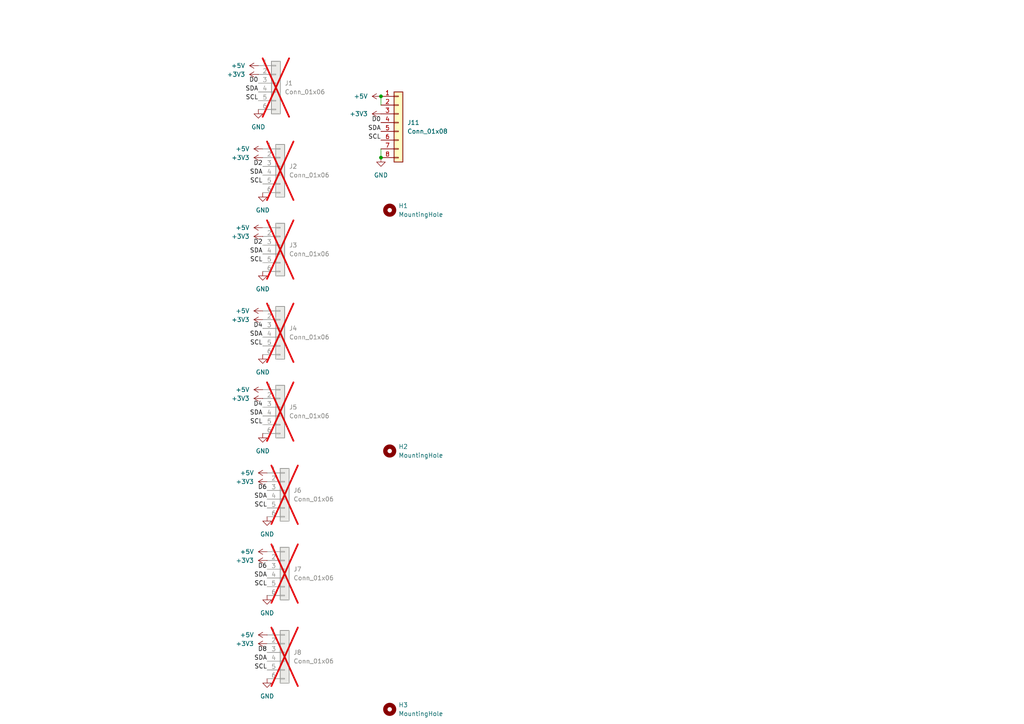
<source format=kicad_sch>
(kicad_sch (version 20231120) (generator "eeschema") (generator_version "8.0")
  (paper "A4")
  (lib_symbols
    (symbol "Connector_Generic:Conn_01x06" (pin_names (offset 1.016) hide)
      (property "Reference" "J" (at 0 7.62 0))
      (property "Value" "Conn_01x06" (at 0 -10.16 0))
      (symbol "Conn_01x06_1_1"
        (rectangle (start -1.27 -7.493) (end 0 -7.747) (stroke (width 0.1524)))
        (rectangle (start -1.27 -4.953) (end 0 -5.207) (stroke (width 0.1524)))
        (rectangle (start -1.27 -2.413) (end 0 -2.667) (stroke (width 0.1524)))
        (rectangle (start -1.27 0.127) (end 0 -0.127) (stroke (width 0.1524)))
        (rectangle (start -1.27 2.667) (end 0 2.413) (stroke (width 0.1524)))
        (rectangle (start -1.27 5.207) (end 0 4.953) (stroke (width 0.1524)))
        (rectangle (start -1.27 6.35) (end 1.27 -8.89) (stroke (width 0.254)) (fill (type background)))
        (pin passive line (at -5.08 5.08 0) (length 3.81) (name "Pin_1") (number "1"))
        (pin passive line (at -5.08 2.54 0) (length 3.81) (name "Pin_2") (number "2"))
        (pin passive line (at -5.08 0 0) (length 3.81) (name "Pin_3") (number "3"))
        (pin passive line (at -5.08 -2.54 0) (length 3.81) (name "Pin_4") (number "4"))
        (pin passive line (at -5.08 -5.08 0) (length 3.81) (name "Pin_5") (number "5"))
        (pin passive line (at -5.08 -7.62 0) (length 3.81) (name "Pin_6") (number "6"))
      )
    )
    (symbol "Connector_Generic:Conn_01x08" (pin_names (offset 1.016) hide)
      (property "Reference" "J" (at 0 10.16 0))
      (property "Value" "Conn_01x08" (at 0 -12.7 0))
      (symbol "Conn_01x08_1_1"
        (rectangle (start -1.27 -10.033) (end 0 -10.287) (stroke (width 0.1524)))
        (rectangle (start -1.27 -7.493) (end 0 -7.747) (stroke (width 0.1524)))
        (rectangle (start -1.27 -4.953) (end 0 -5.207) (stroke (width 0.1524)))
        (rectangle (start -1.27 -2.413) (end 0 -2.667) (stroke (width 0.1524)))
        (rectangle (start -1.27 0.127) (end 0 -0.127) (stroke (width 0.1524)))
        (rectangle (start -1.27 2.667) (end 0 2.413) (stroke (width 0.1524)))
        (rectangle (start -1.27 5.207) (end 0 4.953) (stroke (width 0.1524)))
        (rectangle (start -1.27 7.747) (end 0 7.493) (stroke (width 0.1524)))
        (rectangle (start -1.27 8.89) (end 1.27 -11.43) (stroke (width 0.254)) (fill (type background)))
        (pin passive line (at -5.08 7.62 0) (length 3.81) (name "Pin_1") (number "1"))
        (pin passive line (at -5.08 5.08 0) (length 3.81) (name "Pin_2") (number "2"))
        (pin passive line (at -5.08 2.54 0) (length 3.81) (name "Pin_3") (number "3"))
        (pin passive line (at -5.08 0 0) (length 3.81) (name "Pin_4") (number "4"))
        (pin passive line (at -5.08 -2.54 0) (length 3.81) (name "Pin_5") (number "5"))
        (pin passive line (at -5.08 -5.08 0) (length 3.81) (name "Pin_6") (number "6"))
        (pin passive line (at -5.08 -7.62 0) (length 3.81) (name "Pin_7") (number "7"))
        (pin passive line (at -5.08 -10.16 0) (length 3.81) (name "Pin_8") (number "8"))
      )
    )
    (symbol "Mechanical:MountingHole" (pin_names (offset 1.016)) (exclude_from_sim yes) (in_bom no)
      (property "Reference" "H" (at 0 5.08 0))
      (property "Value" "MountingHole" (at 0 3.175 0))
      (symbol "MountingHole_0_1"
        (circle (center 0 0) (radius 1.27) (stroke (width 1.27)))
      )
    )
    (symbol "power:+3V3" (power) (pin_numbers hide) (pin_names (offset 0) hide)
      (property "Value" "+3V3" (at 0 3.556 0))
      (symbol "+3V3_0_1"
        (polyline (pts (xy -0.762 1.27) (xy 0 2.54)))
        (polyline (pts (xy 0 0) (xy 0 2.54)))
        (polyline (pts (xy 0 2.54) (xy 0.762 1.27)))
      )
      (symbol "+3V3_1_1"
        (pin power_in line (at 0 0 90) (length 0) (name "~") (number "1"))
      )
    )
    (symbol "power:+5V" (power) (pin_numbers hide) (pin_names (offset 0) hide)
      (property "Value" "+5V" (at 0 3.556 0))
      (symbol "+5V_0_1"
        (polyline (pts (xy -0.762 1.27) (xy 0 2.54)))
        (polyline (pts (xy 0 0) (xy 0 2.54)))
        (polyline (pts (xy 0 2.54) (xy 0.762 1.27)))
      )
      (symbol "+5V_1_1"
        (pin power_in line (at 0 0 90) (length 0) (name "~") (number "1"))
      )
    )
    (symbol "power:GND" (power) (pin_numbers hide) (pin_names (offset 0) hide)
      (property "Value" "GND" (at 0 -3.81 0))
      (symbol "GND_0_1"
        (polyline (pts (xy 0 0) (xy 0 -1.27) (xy 1.27 -1.27) (xy 0 -2.54) (xy -1.27 -1.27) (xy 0 -1.27)))
      )
      (symbol "GND_1_1"
        (pin power_in line (at 0 0 270) (length 0) (name "~") (number "1"))
      )
    )
  )
  (junction (at 110.49 45.72))
  (junction (at 110.49 27.94))
  (wire (pts (xy 110.49 45.72) (xy 110.49 43.18)))
  (wire (pts (xy 110.49 27.94) (xy 110.49 30.48)))
  (label "SCL" (at 76.2 76.2 180))
  (label "D4" (at 76.2 95.25 180))
  (label "SDA" (at 77.47 250.19 180))
  (label "SCL" (at 74.93 29.21 180))
  (label "SDA" (at 77.47 167.64 180))
  (label "SCL" (at 76.2 53.34 180))
  (label "D6" (at 77.47 142.24 180))
  (label "SCL" (at 77.47 194.31 180))
  (label "SCL" (at 77.47 252.73 180))
  (label "SDA" (at 74.93 26.67 180))
  (label "D0" (at 110.49 35.56 180))
  (label "D6" (at 77.47 165.1 180))
  (label "D4" (at 76.2 118.11 180))
  (label "D2" (at 76.2 48.26 180))
  (label "SDA" (at 76.2 120.65 180))
  (label "SCL" (at 77.47 147.32 180))
  (label "D10" (at 77.47 247.65 180))
  (label "SCL" (at 110.49 40.64 180))
  (label "D0" (at 74.93 24.13 180))
  (label "SCL" (at 76.2 100.33 180))
  (label "SDA" (at 76.2 50.8 180))
  (label "D2" (at 76.2 71.12 180))
  (label "SDA" (at 77.47 222.25 180))
  (label "D8" (at 77.47 189.23 180))
  (label "SDA" (at 110.49 38.1 180))
  (label "D8" (at 77.47 219.71 180))
  (label "SDA" (at 77.47 191.77 180))
  (label "SCL" (at 76.2 123.19 180))
  (label "SDA" (at 76.2 73.66 180))
  (label "SDA" (at 77.47 144.78 180))
  (label "SCL" (at 77.47 224.79 180))
  (label "SCL" (at 77.47 170.18 180))
  (label "SDA" (at 76.2 97.79 180))
  (symbol (lib_id "Connector_Generic:Conn_01x06") (at 81.28 71.12 0) (unit 1) (dnp yes)
    (property "Reference" "J3" (at 83.82 71.1199 0) (effects (justify left)))
    (property "Value" "Conn_01x06" (at 83.82 73.6599 0) (effects (justify left)))
    (property "Footprint" "Connector_PinHeader_2.54mm:PinHeader_2x03_P2.54mm_Vertical" (effects (hide yes)))
    (property "Description" "Generic connector, single row, 01x06, script generated (kicad-library-utils/schlib/autogen/connector/)" (effects (hide yes)))
  )
  (symbol (lib_id "power:+5V") (at 77.47 160.02 90) (unit 1)
    (property "Reference" "#PWR019" (effects (hide yes)))
    (property "Value" "+5V" (at 73.66 160.0199 90) (effects (justify left)))
    (property "Description" "Power symbol creates a global label with name \"+5V\"" (effects (hide yes)))
  )
  (symbol (lib_id "power:+3V3") (at 76.2 45.72 90) (mirror x) (unit 1)
    (property "Reference" "#PWR05" (effects (hide yes)))
    (property "Value" "+3V3" (at 72.39 45.7199 90) (effects (justify left)))
    (property "Description" "Power symbol creates a global label with name \"+3V3\"" (effects (hide yes)))
  )
  (symbol (lib_id "Connector_Generic:Conn_01x08") (at 115.57 35.56 0) (unit 1)
    (property "Reference" "J11" (at 118.11 35.5599 0) (effects (justify left)))
    (property "Value" "Conn_01x08" (at 118.11 38.0999 0) (effects (justify left)))
    (property "Footprint" "Connector_JST:JST_PH_S8B-PH-SM4-TB_1x08-1MP_P2.00mm_Horizontal" (effects (hide yes)))
    (property "Description" "Generic connector, single row, 01x08, script generated (kicad-library-utils/schlib/autogen/connector/)" (effects (hide yes)))
  )
  (symbol (lib_id "power:GND") (at 77.47 149.86 0) (unit 1)
    (property "Reference" "#PWR018" (effects (hide yes)))
    (property "Value" "GND" (at 77.47 154.94 0))
    (property "Description" "Power symbol creates a global label with name \"GND\" , ground" (effects (hide yes)))
  )
  (symbol (lib_id "power:+3V3") (at 77.47 186.69 90) (mirror x) (unit 1)
    (property "Reference" "#PWR023" (effects (hide yes)))
    (property "Value" "+3V3" (at 73.66 186.6899 90) (effects (justify left)))
    (property "Description" "Power symbol creates a global label with name \"+3V3\"" (effects (hide yes)))
  )
  (symbol (lib_id "power:GND") (at 74.93 31.75 0) (unit 1)
    (property "Reference" "#PWR03" (effects (hide yes)))
    (property "Value" "GND" (at 74.93 36.83 0))
    (property "Description" "Power symbol creates a global label with name \"GND\" , ground" (effects (hide yes)))
  )
  (symbol (lib_id "Connector_Generic:Conn_01x06") (at 82.55 247.65 0) (unit 1) (dnp yes)
    (property "Reference" "J10" (at 85.09 247.6499 0) (effects (justify left)))
    (property "Value" "Conn_01x06" (at 85.09 250.1899 0) (effects (justify left)))
    (property "Footprint" "Connector_PinHeader_2.54mm:PinHeader_2x03_P2.54mm_Vertical" (effects (hide yes)))
    (property "Description" "Generic connector, single row, 01x06, script generated (kicad-library-utils/schlib/autogen/connector/)" (effects (hide yes)))
  )
  (symbol (lib_id "power:+3V3") (at 110.49 33.02 90) (mirror x) (unit 1)
    (property "Reference" "#PWR032" (effects (hide yes)))
    (property "Value" "+3V3" (at 106.68 33.0199 90) (effects (justify left)))
    (property "Description" "Power symbol creates a global label with name \"+3V3\"" (effects (hide yes)))
  )
  (symbol (lib_id "Connector_Generic:Conn_01x06") (at 81.28 118.11 0) (unit 1) (dnp yes)
    (property "Reference" "J5" (at 83.82 118.1099 0) (effects (justify left)))
    (property "Value" "Conn_01x06" (at 83.82 120.6499 0) (effects (justify left)))
    (property "Footprint" "Connector_PinHeader_2.54mm:PinHeader_2x03_P2.54mm_Vertical" (effects (hide yes)))
    (property "Description" "Generic connector, single row, 01x06, script generated (kicad-library-utils/schlib/autogen/connector/)" (effects (hide yes)))
  )
  (symbol (lib_id "Connector_Generic:Conn_01x06") (at 82.55 165.1 0) (unit 1) (dnp yes)
    (property "Reference" "J7" (at 85.09 165.0999 0) (effects (justify left)))
    (property "Value" "Conn_01x06" (at 85.09 167.6399 0) (effects (justify left)))
    (property "Footprint" "Connector_PinHeader_2.54mm:PinHeader_2x03_P2.54mm_Vertical" (effects (hide yes)))
    (property "Description" "Generic connector, single row, 01x06, script generated (kicad-library-utils/schlib/autogen/connector/)" (effects (hide yes)))
  )
  (symbol (lib_id "power:+3V3") (at 76.2 92.71 90) (mirror x) (unit 1)
    (property "Reference" "#PWR011" (effects (hide yes)))
    (property "Value" "+3V3" (at 72.39 92.7099 90) (effects (justify left)))
    (property "Description" "Power symbol creates a global label with name \"+3V3\"" (effects (hide yes)))
  )
  (symbol (lib_id "power:GND") (at 76.2 55.88 0) (unit 1)
    (property "Reference" "#PWR06" (effects (hide yes)))
    (property "Value" "GND" (at 76.2 60.96 0))
    (property "Description" "Power symbol creates a global label with name \"GND\" , ground" (effects (hide yes)))
  )
  (symbol (lib_id "Mechanical:MountingHole") (at 113.03 205.74 0) (unit 1) (exclude_from_sim yes) (in_bom no)
    (property "Reference" "H3" (at 115.57 204.4699 0) (effects (justify left)))
    (property "Value" "MountingHole" (at 115.57 207.0099 0) (effects (justify left)))
    (property "Footprint" "MountingHole:MountingHole_3.2mm_M3" (effects (hide yes)))
    (property "Description" "Mounting Hole without connection" (effects (hide yes)))
  )
  (symbol (lib_id "Connector_Generic:Conn_01x06") (at 81.28 48.26 0) (unit 1) (dnp yes)
    (property "Reference" "J2" (at 83.82 48.2599 0) (effects (justify left)))
    (property "Value" "Conn_01x06" (at 83.82 50.7999 0) (effects (justify left)))
    (property "Footprint" "Connector_PinHeader_2.54mm:PinHeader_2x03_P2.54mm_Vertical" (effects (hide yes)))
    (property "Description" "Generic connector, single row, 01x06, script generated (kicad-library-utils/schlib/autogen/connector/)" (effects (hide yes)))
  )
  (symbol (lib_id "power:+5V") (at 76.2 66.04 90) (unit 1)
    (property "Reference" "#PWR07" (effects (hide yes)))
    (property "Value" "+5V" (at 72.39 66.0399 90) (effects (justify left)))
    (property "Description" "Power symbol creates a global label with name \"+5V\"" (effects (hide yes)))
  )
  (symbol (lib_id "power:GND") (at 77.47 172.72 0) (unit 1)
    (property "Reference" "#PWR021" (effects (hide yes)))
    (property "Value" "GND" (at 77.47 177.8 0))
    (property "Description" "Power symbol creates a global label with name \"GND\" , ground" (effects (hide yes)))
  )
  (symbol (lib_id "Connector_Generic:Conn_01x06") (at 80.01 24.13 0) (unit 1) (dnp yes)
    (property "Reference" "J1" (at 82.55 24.1299 0) (effects (justify left)))
    (property "Value" "Conn_01x06" (at 82.55 26.6699 0) (effects (justify left)))
    (property "Footprint" "Connector_PinHeader_2.54mm:PinHeader_2x03_P2.54mm_Vertical" (effects (hide yes)))
    (property "Description" "Generic connector, single row, 01x06, script generated (kicad-library-utils/schlib/autogen/connector/)" (effects (hide yes)))
  )
  (symbol (lib_id "Connector_Generic:Conn_01x06") (at 82.55 189.23 0) (unit 1) (dnp yes)
    (property "Reference" "J8" (at 85.09 189.2299 0) (effects (justify left)))
    (property "Value" "Conn_01x06" (at 85.09 191.7699 0) (effects (justify left)))
    (property "Footprint" "Connector_PinHeader_2.54mm:PinHeader_2x03_P2.54mm_Vertical" (effects (hide yes)))
    (property "Description" "Generic connector, single row, 01x06, script generated (kicad-library-utils/schlib/autogen/connector/)" (effects (hide yes)))
  )
  (symbol (lib_id "power:+3V3") (at 77.47 162.56 90) (mirror x) (unit 1)
    (property "Reference" "#PWR020" (effects (hide yes)))
    (property "Value" "+3V3" (at 73.66 162.5599 90) (effects (justify left)))
    (property "Description" "Power symbol creates a global label with name \"+3V3\"" (effects (hide yes)))
  )
  (symbol (lib_id "Mechanical:MountingHole") (at 113.03 130.81 0) (unit 1) (exclude_from_sim yes) (in_bom no)
    (property "Reference" "H2" (at 115.57 129.5399 0) (effects (justify left)))
    (property "Value" "MountingHole" (at 115.57 132.0799 0) (effects (justify left)))
    (property "Footprint" "MountingHole:MountingHole_3.2mm_M3" (effects (hide yes)))
    (property "Description" "Mounting Hole without connection" (effects (hide yes)))
  )
  (symbol (lib_id "power:+5V") (at 77.47 184.15 90) (unit 1)
    (property "Reference" "#PWR022" (effects (hide yes)))
    (property "Value" "+5V" (at 73.66 184.1499 90) (effects (justify left)))
    (property "Description" "Power symbol creates a global label with name \"+5V\"" (effects (hide yes)))
  )
  (symbol (lib_id "power:+3V3") (at 77.47 217.17 90) (mirror x) (unit 1)
    (property "Reference" "#PWR026" (effects (hide yes)))
    (property "Value" "+3V3" (at 73.66 217.1699 90) (effects (justify left)))
    (property "Description" "Power symbol creates a global label with name \"+3V3\"" (effects (hide yes)))
  )
  (symbol (lib_id "power:+5V") (at 77.47 137.16 90) (unit 1)
    (property "Reference" "#PWR016" (effects (hide yes)))
    (property "Value" "+5V" (at 73.66 137.1599 90) (effects (justify left)))
    (property "Description" "Power symbol creates a global label with name \"+5V\"" (effects (hide yes)))
  )
  (symbol (lib_id "Connector_Generic:Conn_01x06") (at 81.28 95.25 0) (unit 1) (dnp yes)
    (property "Reference" "J4" (at 83.82 95.2499 0) (effects (justify left)))
    (property "Value" "Conn_01x06" (at 83.82 97.7899 0) (effects (justify left)))
    (property "Footprint" "Connector_PinHeader_2.54mm:PinHeader_2x03_P2.54mm_Vertical" (effects (hide yes)))
    (property "Description" "Generic connector, single row, 01x06, script generated (kicad-library-utils/schlib/autogen/connector/)" (effects (hide yes)))
  )
  (symbol (lib_id "power:+3V3") (at 74.93 21.59 90) (mirror x) (unit 1)
    (property "Reference" "#PWR02" (effects (hide yes)))
    (property "Value" "+3V3" (at 71.12 21.5899 90) (effects (justify left)))
    (property "Description" "Power symbol creates a global label with name \"+3V3\"" (effects (hide yes)))
  )
  (symbol (lib_id "power:GND") (at 110.49 45.72 0) (unit 1)
    (property "Reference" "#PWR033" (effects (hide yes)))
    (property "Value" "GND" (at 110.49 50.8 0))
    (property "Description" "Power symbol creates a global label with name \"GND\" , ground" (effects (hide yes)))
  )
  (symbol (lib_id "Connector_Generic:Conn_01x06") (at 82.55 142.24 0) (unit 1) (dnp yes)
    (property "Reference" "J6" (at 85.09 142.2399 0) (effects (justify left)))
    (property "Value" "Conn_01x06" (at 85.09 144.7799 0) (effects (justify left)))
    (property "Footprint" "Connector_PinHeader_2.54mm:PinHeader_2x03_P2.54mm_Vertical" (effects (hide yes)))
    (property "Description" "Generic connector, single row, 01x06, script generated (kicad-library-utils/schlib/autogen/connector/)" (effects (hide yes)))
  )
  (symbol (lib_id "power:+5V") (at 74.93 19.05 90) (unit 1)
    (property "Reference" "#PWR01" (effects (hide yes)))
    (property "Value" "+5V" (at 71.12 19.0499 90) (effects (justify left)))
    (property "Description" "Power symbol creates a global label with name \"+5V\"" (effects (hide yes)))
  )
  (symbol (lib_id "power:+5V") (at 76.2 90.17 90) (unit 1)
    (property "Reference" "#PWR010" (effects (hide yes)))
    (property "Value" "+5V" (at 72.39 90.1699 90) (effects (justify left)))
    (property "Description" "Power symbol creates a global label with name \"+5V\"" (effects (hide yes)))
  )
  (symbol (lib_id "power:+3V3") (at 76.2 115.57 90) (mirror x) (unit 1)
    (property "Reference" "#PWR014" (effects (hide yes)))
    (property "Value" "+3V3" (at 72.39 115.5699 90) (effects (justify left)))
    (property "Description" "Power symbol creates a global label with name \"+3V3\"" (effects (hide yes)))
  )
  (symbol (lib_id "power:GND") (at 77.47 255.27 0) (unit 1)
    (property "Reference" "#PWR030" (effects (hide yes)))
    (property "Value" "GND" (at 77.47 260.35 0))
    (property "Description" "Power symbol creates a global label with name \"GND\" , ground" (effects (hide yes)))
  )
  (symbol (lib_id "power:+5V") (at 110.49 27.94 90) (unit 1)
    (property "Reference" "#PWR031" (effects (hide yes)))
    (property "Value" "+5V" (at 106.68 27.9399 90) (effects (justify left)))
    (property "Description" "Power symbol creates a global label with name \"+5V\"" (effects (hide yes)))
  )
  (symbol (lib_id "power:GND") (at 76.2 125.73 0) (unit 1)
    (property "Reference" "#PWR015" (effects (hide yes)))
    (property "Value" "GND" (at 76.2 130.81 0))
    (property "Description" "Power symbol creates a global label with name \"GND\" , ground" (effects (hide yes)))
  )
  (symbol (lib_id "power:GND") (at 77.47 196.85 0) (unit 1)
    (property "Reference" "#PWR024" (effects (hide yes)))
    (property "Value" "GND" (at 77.47 201.93 0))
    (property "Description" "Power symbol creates a global label with name \"GND\" , ground" (effects (hide yes)))
  )
  (symbol (lib_id "power:+3V3") (at 76.2 68.58 90) (mirror x) (unit 1)
    (property "Reference" "#PWR08" (effects (hide yes)))
    (property "Value" "+3V3" (at 72.39 68.5799 90) (effects (justify left)))
    (property "Description" "Power symbol creates a global label with name \"+3V3\"" (effects (hide yes)))
  )
  (symbol (lib_id "Mechanical:MountingHole") (at 113.03 60.96 0) (unit 1) (exclude_from_sim yes) (in_bom no)
    (property "Reference" "H1" (at 115.57 59.6899 0) (effects (justify left)))
    (property "Value" "MountingHole" (at 115.57 62.2299 0) (effects (justify left)))
    (property "Footprint" "MountingHole:MountingHole_3.2mm_M3" (effects (hide yes)))
    (property "Description" "Mounting Hole without connection" (effects (hide yes)))
  )
  (symbol (lib_id "power:GND") (at 76.2 78.74 0) (unit 1)
    (property "Reference" "#PWR09" (effects (hide yes)))
    (property "Value" "GND" (at 76.2 83.82 0))
    (property "Description" "Power symbol creates a global label with name \"GND\" , ground" (effects (hide yes)))
  )
  (symbol (lib_id "power:+5V") (at 77.47 242.57 90) (unit 1)
    (property "Reference" "#PWR028" (effects (hide yes)))
    (property "Value" "+5V" (at 73.66 242.5699 90) (effects (justify left)))
    (property "Description" "Power symbol creates a global label with name \"+5V\"" (effects (hide yes)))
  )
  (symbol (lib_id "power:GND") (at 77.47 227.33 0) (unit 1)
    (property "Reference" "#PWR027" (effects (hide yes)))
    (property "Value" "GND" (at 77.47 232.41 0))
    (property "Description" "Power symbol creates a global label with name \"GND\" , ground" (effects (hide yes)))
  )
  (symbol (lib_id "Connector_Generic:Conn_01x06") (at 82.55 219.71 0) (unit 1) (dnp yes)
    (property "Reference" "J9" (at 85.09 219.7099 0) (effects (justify left)))
    (property "Value" "Conn_01x06" (at 85.09 222.2499 0) (effects (justify left)))
    (property "Footprint" "Connector_PinHeader_2.54mm:PinHeader_2x03_P2.54mm_Vertical" (effects (hide yes)))
    (property "Description" "Generic connector, single row, 01x06, script generated (kicad-library-utils/schlib/autogen/connector/)" (effects (hide yes)))
  )
  (symbol (lib_id "power:+5V") (at 76.2 113.03 90) (unit 1)
    (property "Reference" "#PWR013" (effects (hide yes)))
    (property "Value" "+5V" (at 72.39 113.0299 90) (effects (justify left)))
    (property "Description" "Power symbol creates a global label with name \"+5V\"" (effects (hide yes)))
  )
  (symbol (lib_id "power:GND") (at 76.2 102.87 0) (unit 1)
    (property "Reference" "#PWR012" (effects (hide yes)))
    (property "Value" "GND" (at 76.2 107.95 0))
    (property "Description" "Power symbol creates a global label with name \"GND\" , ground" (effects (hide yes)))
  )
  (symbol (lib_id "power:+3V3") (at 77.47 139.7 90) (mirror x) (unit 1)
    (property "Reference" "#PWR017" (effects (hide yes)))
    (property "Value" "+3V3" (at 73.66 139.6999 90) (effects (justify left)))
    (property "Description" "Power symbol creates a global label with name \"+3V3\"" (effects (hide yes)))
  )
  (symbol (lib_id "power:+5V") (at 76.2 43.18 90) (unit 1)
    (property "Reference" "#PWR04" (effects (hide yes)))
    (property "Value" "+5V" (at 72.39 43.1799 90) (effects (justify left)))
    (property "Description" "Power symbol creates a global label with name \"+5V\"" (effects (hide yes)))
  )
  (symbol (lib_id "power:+3V3") (at 77.47 245.11 90) (mirror x) (unit 1)
    (property "Reference" "#PWR029" (effects (hide yes)))
    (property "Value" "+3V3" (at 73.66 245.1099 90) (effects (justify left)))
    (property "Description" "Power symbol creates a global label with name \"+3V3\"" (effects (hide yes)))
  )
  (symbol (lib_id "power:+5V") (at 77.47 214.63 90) (unit 1)
    (property "Reference" "#PWR025" (effects (hide yes)))
    (property "Value" "+5V" (at 73.66 214.6299 90) (effects (justify left)))
    (property "Description" "Power symbol creates a global label with name \"+5V\"" (effects (hide yes)))
  )
)
</source>
